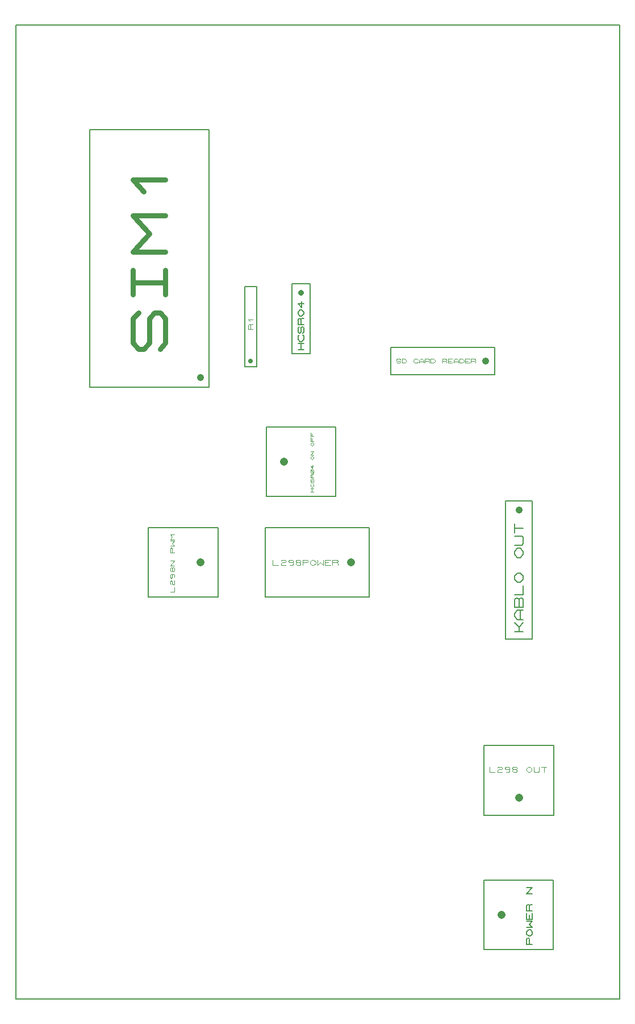
<source format=gbr>
G04 PROTEUS GERBER X2 FILE*
%TF.GenerationSoftware,Labcenter,Proteus,8.10-SP3-Build29560*%
%TF.CreationDate,2022-02-24T20:56:41+00:00*%
%TF.FileFunction,AssemblyDrawing,Top*%
%TF.FilePolarity,Positive*%
%TF.Part,Single*%
%TF.SameCoordinates,{e0c8fd6e-37dc-4a7a-b3f3-70e9e95a6a86}*%
%FSLAX45Y45*%
%MOMM*%
G01*
%TA.AperFunction,Profile*%
%ADD15C,0.203200*%
%TA.AperFunction,Material*%
%ADD18C,0.203200*%
%ADD23C,1.016000*%
%ADD24C,0.801370*%
%ADD25C,0.095430*%
%ADD26C,1.219200*%
%ADD27C,0.122420*%
%ADD28C,0.109190*%
%ADD29C,0.122940*%
%ADD72C,0.139330*%
%ADD73C,0.711200*%
%ADD30C,0.110230*%
%ADD31C,0.812800*%
%ADD32C,0.139700*%
%ADD33C,0.204890*%
%ADD34C,0.076270*%
%TD.AperFunction*%
D15*
X-10500000Y-3000000D02*
X-1500000Y-3000000D01*
X-1500000Y+11500000D01*
X-10500000Y+11500000D01*
X-10500000Y-3000000D01*
D18*
X-9401000Y+6112840D02*
X-7623000Y+6112840D01*
X-7623000Y+9943160D01*
X-9401000Y+9943160D01*
X-9401000Y+6112840D01*
D23*
X-7750000Y+6250000D02*
X-7750000Y+6250000D01*
D24*
X-8351726Y+6679514D02*
X-8271589Y+6769668D01*
X-8271589Y+7130284D01*
X-8351726Y+7220438D01*
X-8431863Y+7220438D01*
X-8512000Y+7130284D01*
X-8512000Y+6769668D01*
X-8592137Y+6679514D01*
X-8672274Y+6679514D01*
X-8752411Y+6769668D01*
X-8752411Y+7130284D01*
X-8672274Y+7220438D01*
X-8752411Y+7490901D02*
X-8752411Y+7851517D01*
X-8752411Y+7671209D02*
X-8271589Y+7671209D01*
X-8271589Y+7490901D02*
X-8271589Y+7851517D01*
X-8271589Y+8121980D02*
X-8752411Y+8121980D01*
X-8512000Y+8392442D01*
X-8752411Y+8662904D01*
X-8271589Y+8662904D01*
X-8592137Y+9023521D02*
X-8752411Y+9203829D01*
X-8271589Y+9203829D01*
D18*
X-4907160Y+6299340D02*
X-3362840Y+6299340D01*
X-3362840Y+6700660D01*
X-4907160Y+6700660D01*
X-4907160Y+6299340D01*
D23*
X-3500000Y+6500000D02*
X-3500000Y+6500000D01*
D25*
X-4830189Y+6480914D02*
X-4819454Y+6471371D01*
X-4776510Y+6471371D01*
X-4765774Y+6480914D01*
X-4765774Y+6490457D01*
X-4776510Y+6500000D01*
X-4819454Y+6500000D01*
X-4830189Y+6509543D01*
X-4830189Y+6519086D01*
X-4819454Y+6528629D01*
X-4776510Y+6528629D01*
X-4765774Y+6519086D01*
X-4744302Y+6471371D02*
X-4744302Y+6528629D01*
X-4701359Y+6528629D01*
X-4679887Y+6509543D01*
X-4679887Y+6490457D01*
X-4701359Y+6471371D01*
X-4744302Y+6471371D01*
X-4508113Y+6480914D02*
X-4518849Y+6471371D01*
X-4551057Y+6471371D01*
X-4572528Y+6490457D01*
X-4572528Y+6509543D01*
X-4551057Y+6528629D01*
X-4518849Y+6528629D01*
X-4508113Y+6519086D01*
X-4486641Y+6471371D02*
X-4486641Y+6509543D01*
X-4465170Y+6528629D01*
X-4443698Y+6528629D01*
X-4422226Y+6509543D01*
X-4422226Y+6471371D01*
X-4486641Y+6490457D02*
X-4422226Y+6490457D01*
X-4400754Y+6471371D02*
X-4400754Y+6528629D01*
X-4347075Y+6528629D01*
X-4336339Y+6519086D01*
X-4336339Y+6509543D01*
X-4347075Y+6500000D01*
X-4400754Y+6500000D01*
X-4347075Y+6500000D02*
X-4336339Y+6490457D01*
X-4336339Y+6471371D01*
X-4314867Y+6471371D02*
X-4314867Y+6528629D01*
X-4271924Y+6528629D01*
X-4250452Y+6509543D01*
X-4250452Y+6490457D01*
X-4271924Y+6471371D01*
X-4314867Y+6471371D01*
X-4143093Y+6471371D02*
X-4143093Y+6528629D01*
X-4089414Y+6528629D01*
X-4078678Y+6519086D01*
X-4078678Y+6509543D01*
X-4089414Y+6500000D01*
X-4143093Y+6500000D01*
X-4089414Y+6500000D02*
X-4078678Y+6490457D01*
X-4078678Y+6471371D01*
X-3992791Y+6471371D02*
X-4057206Y+6471371D01*
X-4057206Y+6528629D01*
X-3992791Y+6528629D01*
X-4057206Y+6500000D02*
X-4014263Y+6500000D01*
X-3971319Y+6471371D02*
X-3971319Y+6509543D01*
X-3949848Y+6528629D01*
X-3928376Y+6528629D01*
X-3906904Y+6509543D01*
X-3906904Y+6471371D01*
X-3971319Y+6490457D02*
X-3906904Y+6490457D01*
X-3885432Y+6471371D02*
X-3885432Y+6528629D01*
X-3842489Y+6528629D01*
X-3821017Y+6509543D01*
X-3821017Y+6490457D01*
X-3842489Y+6471371D01*
X-3885432Y+6471371D01*
X-3735130Y+6471371D02*
X-3799545Y+6471371D01*
X-3799545Y+6528629D01*
X-3735130Y+6528629D01*
X-3799545Y+6500000D02*
X-3756602Y+6500000D01*
X-3713658Y+6471371D02*
X-3713658Y+6528629D01*
X-3659979Y+6528629D01*
X-3649243Y+6519086D01*
X-3649243Y+6509543D01*
X-3659979Y+6500000D01*
X-3713658Y+6500000D01*
X-3659979Y+6500000D02*
X-3649243Y+6490457D01*
X-3649243Y+6471371D01*
D18*
X-3518160Y-264160D02*
X-2481840Y-264160D01*
X-2481840Y+772160D01*
X-3518160Y+772160D01*
X-3518160Y-264160D01*
D26*
X-3000000Y+0D02*
X-3000000Y+0D01*
D27*
X-3440740Y+453288D02*
X-3440740Y+379831D01*
X-3358102Y+379831D01*
X-3316782Y+441045D02*
X-3303009Y+453288D01*
X-3261690Y+453288D01*
X-3247917Y+441045D01*
X-3247917Y+428802D01*
X-3261690Y+416560D01*
X-3303009Y+416560D01*
X-3316782Y+404317D01*
X-3316782Y+379831D01*
X-3247917Y+379831D01*
X-3137732Y+428802D02*
X-3151505Y+416560D01*
X-3192824Y+416560D01*
X-3206597Y+428802D01*
X-3206597Y+441045D01*
X-3192824Y+453288D01*
X-3151505Y+453288D01*
X-3137732Y+441045D01*
X-3137732Y+392074D01*
X-3151505Y+379831D01*
X-3192824Y+379831D01*
X-3082639Y+416560D02*
X-3096412Y+428802D01*
X-3096412Y+441045D01*
X-3082639Y+453288D01*
X-3041320Y+453288D01*
X-3027547Y+441045D01*
X-3027547Y+428802D01*
X-3041320Y+416560D01*
X-3082639Y+416560D01*
X-3096412Y+404317D01*
X-3096412Y+392074D01*
X-3082639Y+379831D01*
X-3041320Y+379831D01*
X-3027547Y+392074D01*
X-3027547Y+404317D01*
X-3041320Y+416560D01*
X-2889815Y+428802D02*
X-2862269Y+453288D01*
X-2834723Y+453288D01*
X-2807177Y+428802D01*
X-2807177Y+404317D01*
X-2834723Y+379831D01*
X-2862269Y+379831D01*
X-2889815Y+404317D01*
X-2889815Y+428802D01*
X-2779630Y+453288D02*
X-2779630Y+392074D01*
X-2765857Y+379831D01*
X-2710765Y+379831D01*
X-2696992Y+392074D01*
X-2696992Y+453288D01*
X-2669445Y+453288D02*
X-2586807Y+453288D01*
X-2628126Y+453288D02*
X-2628126Y+379831D01*
D18*
X-8522160Y+2981840D02*
X-7485840Y+2981840D01*
X-7485840Y+4018160D01*
X-8522160Y+4018160D01*
X-8522160Y+2981840D01*
D26*
X-7750000Y+3500000D02*
X-7750000Y+3500000D01*
D28*
X-8199318Y+3057767D02*
X-8133801Y+3057767D01*
X-8133801Y+3131472D01*
X-8188398Y+3168325D02*
X-8199318Y+3180609D01*
X-8199318Y+3217462D01*
X-8188398Y+3229746D01*
X-8177479Y+3229746D01*
X-8166560Y+3217462D01*
X-8166560Y+3180609D01*
X-8155640Y+3168325D01*
X-8133801Y+3168325D01*
X-8133801Y+3229746D01*
X-8177479Y+3328020D02*
X-8166560Y+3315736D01*
X-8166560Y+3278883D01*
X-8177479Y+3266599D01*
X-8188398Y+3266599D01*
X-8199318Y+3278883D01*
X-8199318Y+3315736D01*
X-8188398Y+3328020D01*
X-8144721Y+3328020D01*
X-8133801Y+3315736D01*
X-8133801Y+3278883D01*
X-8166560Y+3377157D02*
X-8177479Y+3364873D01*
X-8188398Y+3364873D01*
X-8199318Y+3377157D01*
X-8199318Y+3414010D01*
X-8188398Y+3426294D01*
X-8177479Y+3426294D01*
X-8166560Y+3414010D01*
X-8166560Y+3377157D01*
X-8155640Y+3364873D01*
X-8144721Y+3364873D01*
X-8133801Y+3377157D01*
X-8133801Y+3414010D01*
X-8144721Y+3426294D01*
X-8155640Y+3426294D01*
X-8166560Y+3414010D01*
X-8133801Y+3450863D02*
X-8199318Y+3450863D01*
X-8133801Y+3524568D01*
X-8199318Y+3524568D01*
X-8133801Y+3647411D02*
X-8199318Y+3647411D01*
X-8199318Y+3708832D01*
X-8188398Y+3721116D01*
X-8177479Y+3721116D01*
X-8166560Y+3708832D01*
X-8166560Y+3647411D01*
X-8199318Y+3745685D02*
X-8133801Y+3745685D01*
X-8166560Y+3782537D01*
X-8133801Y+3819390D01*
X-8199318Y+3819390D01*
X-8133801Y+3843959D02*
X-8199318Y+3843959D01*
X-8166560Y+3880811D01*
X-8199318Y+3917664D01*
X-8133801Y+3917664D01*
D18*
X-6780160Y+2981840D02*
X-5235840Y+2981840D01*
X-5235840Y+4018160D01*
X-6780160Y+4018160D01*
X-6780160Y+2981840D01*
D26*
X-5500000Y+3500000D02*
X-5500000Y+3500000D01*
D29*
X-6668489Y+3536883D02*
X-6668489Y+3463116D01*
X-6585501Y+3463116D01*
X-6544007Y+3524589D02*
X-6530176Y+3536883D01*
X-6488682Y+3536883D01*
X-6474850Y+3524589D01*
X-6474850Y+3512294D01*
X-6488682Y+3500000D01*
X-6530176Y+3500000D01*
X-6544007Y+3487705D01*
X-6544007Y+3463116D01*
X-6474850Y+3463116D01*
X-6364199Y+3512294D02*
X-6378031Y+3500000D01*
X-6419525Y+3500000D01*
X-6433356Y+3512294D01*
X-6433356Y+3524589D01*
X-6419525Y+3536883D01*
X-6378031Y+3536883D01*
X-6364199Y+3524589D01*
X-6364199Y+3475410D01*
X-6378031Y+3463116D01*
X-6419525Y+3463116D01*
X-6308874Y+3500000D02*
X-6322705Y+3512294D01*
X-6322705Y+3524589D01*
X-6308874Y+3536883D01*
X-6267380Y+3536883D01*
X-6253548Y+3524589D01*
X-6253548Y+3512294D01*
X-6267380Y+3500000D01*
X-6308874Y+3500000D01*
X-6322705Y+3487705D01*
X-6322705Y+3475410D01*
X-6308874Y+3463116D01*
X-6267380Y+3463116D01*
X-6253548Y+3475410D01*
X-6253548Y+3487705D01*
X-6267380Y+3500000D01*
X-6225885Y+3463116D02*
X-6225885Y+3536883D01*
X-6156729Y+3536883D01*
X-6142897Y+3524589D01*
X-6142897Y+3512294D01*
X-6156729Y+3500000D01*
X-6225885Y+3500000D01*
X-6115234Y+3512294D02*
X-6087572Y+3536883D01*
X-6059909Y+3536883D01*
X-6032246Y+3512294D01*
X-6032246Y+3487705D01*
X-6059909Y+3463116D01*
X-6087572Y+3463116D01*
X-6115234Y+3487705D01*
X-6115234Y+3512294D01*
X-6004583Y+3536883D02*
X-6004583Y+3463116D01*
X-5963089Y+3500000D01*
X-5921595Y+3463116D01*
X-5921595Y+3536883D01*
X-5810944Y+3463116D02*
X-5893932Y+3463116D01*
X-5893932Y+3536883D01*
X-5810944Y+3536883D01*
X-5893932Y+3500000D02*
X-5838607Y+3500000D01*
X-5783281Y+3463116D02*
X-5783281Y+3536883D01*
X-5714125Y+3536883D01*
X-5700293Y+3524589D01*
X-5700293Y+3512294D01*
X-5714125Y+3500000D01*
X-5783281Y+3500000D01*
X-5714125Y+3500000D02*
X-5700293Y+3487705D01*
X-5700293Y+3463116D01*
D18*
X-3522160Y-2268160D02*
X-2485840Y-2268160D01*
X-2485840Y-1231840D01*
X-3522160Y-1231840D01*
X-3522160Y-2268160D01*
D26*
X-3258000Y-1750000D02*
X-3258000Y-1750000D01*
D72*
X-2799639Y-2188910D02*
X-2883241Y-2188910D01*
X-2883241Y-2110534D01*
X-2869307Y-2094858D01*
X-2855374Y-2094858D01*
X-2841440Y-2110534D01*
X-2841440Y-2188910D01*
X-2855374Y-2063507D02*
X-2883241Y-2032157D01*
X-2883241Y-2000806D01*
X-2855374Y-1969455D01*
X-2827506Y-1969455D01*
X-2799639Y-2000806D01*
X-2799639Y-2032157D01*
X-2827506Y-2063507D01*
X-2855374Y-2063507D01*
X-2883241Y-1938104D02*
X-2799639Y-1938104D01*
X-2841440Y-1891078D01*
X-2799639Y-1844052D01*
X-2883241Y-1844052D01*
X-2799639Y-1718649D02*
X-2799639Y-1812701D01*
X-2883241Y-1812701D01*
X-2883241Y-1718649D01*
X-2841440Y-1812701D02*
X-2841440Y-1750000D01*
X-2799639Y-1687298D02*
X-2883241Y-1687298D01*
X-2883241Y-1608922D01*
X-2869307Y-1593246D01*
X-2855374Y-1593246D01*
X-2841440Y-1608922D01*
X-2841440Y-1687298D01*
X-2841440Y-1608922D02*
X-2827506Y-1593246D01*
X-2799639Y-1593246D01*
X-2799639Y-1436492D02*
X-2883241Y-1436492D01*
X-2799639Y-1342440D01*
X-2883241Y-1342440D01*
D18*
X-7088900Y+6411100D02*
X-6911100Y+6411100D01*
X-6911100Y+7604900D01*
X-7088900Y+7604900D01*
X-7088900Y+6411100D01*
D73*
X-7000000Y+6500000D02*
X-7000000Y+6500000D01*
D30*
X-6966929Y+6971018D02*
X-7033070Y+6971018D01*
X-7033070Y+7033025D01*
X-7022047Y+7045427D01*
X-7011023Y+7045427D01*
X-7000000Y+7033025D01*
X-7000000Y+6971018D01*
X-7000000Y+7033025D02*
X-6988976Y+7045427D01*
X-6966929Y+7045427D01*
X-7011023Y+7095033D02*
X-7033070Y+7119836D01*
X-6966929Y+7119836D01*
D18*
X-6387160Y+6612840D02*
X-6112840Y+6612840D01*
X-6112840Y+7649160D01*
X-6387160Y+7649160D01*
X-6387160Y+6612840D01*
D31*
X-6250000Y+7512000D02*
X-6250000Y+7512000D01*
D32*
X-6208090Y+6664910D02*
X-6291910Y+6664910D01*
X-6291910Y+6759207D02*
X-6208090Y+6759207D01*
X-6250000Y+6664910D02*
X-6250000Y+6759207D01*
X-6222060Y+6884937D02*
X-6208090Y+6869221D01*
X-6208090Y+6822072D01*
X-6236030Y+6790640D01*
X-6263970Y+6790640D01*
X-6291910Y+6822072D01*
X-6291910Y+6869221D01*
X-6277940Y+6884937D01*
X-6222060Y+6916370D02*
X-6208090Y+6932086D01*
X-6208090Y+6994951D01*
X-6222060Y+7010667D01*
X-6236030Y+7010667D01*
X-6250000Y+6994951D01*
X-6250000Y+6932086D01*
X-6263970Y+6916370D01*
X-6277940Y+6916370D01*
X-6291910Y+6932086D01*
X-6291910Y+6994951D01*
X-6277940Y+7010667D01*
X-6208090Y+7042100D02*
X-6291910Y+7042100D01*
X-6291910Y+7120681D01*
X-6277940Y+7136397D01*
X-6263970Y+7136397D01*
X-6250000Y+7120681D01*
X-6250000Y+7042100D01*
X-6250000Y+7120681D02*
X-6236030Y+7136397D01*
X-6208090Y+7136397D01*
X-6263970Y+7167830D02*
X-6291910Y+7199262D01*
X-6291910Y+7230695D01*
X-6263970Y+7262127D01*
X-6236030Y+7262127D01*
X-6208090Y+7230695D01*
X-6208090Y+7199262D01*
X-6236030Y+7167830D01*
X-6263970Y+7167830D01*
X-6236030Y+7387857D02*
X-6236030Y+7293560D01*
X-6291910Y+7356425D01*
X-6208090Y+7356425D01*
D18*
X-3200660Y+2362840D02*
X-2799340Y+2362840D01*
X-2799340Y+4415160D01*
X-3200660Y+4415160D01*
X-3200660Y+2362840D01*
D23*
X-3000000Y+4278000D02*
X-3000000Y+4278000D01*
D33*
X-3061468Y+2465207D02*
X-2938532Y+2465207D01*
X-3061468Y+2603509D02*
X-3000000Y+2534358D01*
X-2938532Y+2603509D01*
X-3000000Y+2465207D02*
X-3000000Y+2534358D01*
X-2938532Y+2649610D02*
X-3020489Y+2649610D01*
X-3061468Y+2695710D01*
X-3061468Y+2741811D01*
X-3020489Y+2787912D01*
X-2938532Y+2787912D01*
X-2979511Y+2649610D02*
X-2979511Y+2787912D01*
X-2938532Y+2834013D02*
X-3061468Y+2834013D01*
X-3061468Y+2949264D01*
X-3040979Y+2972315D01*
X-3020489Y+2972315D01*
X-3000000Y+2949264D01*
X-2979511Y+2972315D01*
X-2959021Y+2972315D01*
X-2938532Y+2949264D01*
X-2938532Y+2834013D01*
X-3000000Y+2834013D02*
X-3000000Y+2949264D01*
X-3061468Y+3018416D02*
X-2938532Y+3018416D01*
X-2938532Y+3156718D01*
X-3020489Y+3202819D02*
X-3061468Y+3248919D01*
X-3061468Y+3295020D01*
X-3020489Y+3341121D01*
X-2979511Y+3341121D01*
X-2938532Y+3295020D01*
X-2938532Y+3248919D01*
X-2979511Y+3202819D01*
X-3020489Y+3202819D01*
X-3020489Y+3571625D02*
X-3061468Y+3617725D01*
X-3061468Y+3663826D01*
X-3020489Y+3709927D01*
X-2979511Y+3709927D01*
X-2938532Y+3663826D01*
X-2938532Y+3617725D01*
X-2979511Y+3571625D01*
X-3020489Y+3571625D01*
X-3061468Y+3756028D02*
X-2959021Y+3756028D01*
X-2938532Y+3779078D01*
X-2938532Y+3871279D01*
X-2959021Y+3894330D01*
X-3061468Y+3894330D01*
X-3061468Y+3940431D02*
X-3061468Y+4078733D01*
X-3061468Y+4009582D02*
X-2938532Y+4009582D01*
D18*
X-6764160Y+4481840D02*
X-5727840Y+4481840D01*
X-5727840Y+5518160D01*
X-6764160Y+5518160D01*
X-6764160Y+4481840D01*
D26*
X-6500000Y+5000000D02*
X-6500000Y+5000000D01*
D34*
X-6060556Y+4553775D02*
X-6106323Y+4553775D01*
X-6106323Y+4605262D02*
X-6060556Y+4605262D01*
X-6083440Y+4553775D02*
X-6083440Y+4605262D01*
X-6068184Y+4673912D02*
X-6060556Y+4665331D01*
X-6060556Y+4639587D01*
X-6075812Y+4622425D01*
X-6091067Y+4622425D01*
X-6106323Y+4639587D01*
X-6106323Y+4665331D01*
X-6098695Y+4673912D01*
X-6068184Y+4691075D02*
X-6060556Y+4699656D01*
X-6060556Y+4733981D01*
X-6068184Y+4742562D01*
X-6075812Y+4742562D01*
X-6083440Y+4733981D01*
X-6083440Y+4699656D01*
X-6091067Y+4691075D01*
X-6098695Y+4691075D01*
X-6106323Y+4699656D01*
X-6106323Y+4733981D01*
X-6098695Y+4742562D01*
X-6060556Y+4759725D02*
X-6106323Y+4759725D01*
X-6106323Y+4802631D01*
X-6098695Y+4811212D01*
X-6091067Y+4811212D01*
X-6083440Y+4802631D01*
X-6083440Y+4759725D01*
X-6083440Y+4802631D02*
X-6075812Y+4811212D01*
X-6060556Y+4811212D01*
X-6068184Y+4828375D02*
X-6098695Y+4828375D01*
X-6106323Y+4836956D01*
X-6106323Y+4871281D01*
X-6098695Y+4879862D01*
X-6068184Y+4879862D01*
X-6060556Y+4871281D01*
X-6060556Y+4836956D01*
X-6068184Y+4828375D01*
X-6060556Y+4828375D02*
X-6106323Y+4879862D01*
X-6075812Y+4948512D02*
X-6075812Y+4897025D01*
X-6106323Y+4931350D01*
X-6060556Y+4931350D01*
X-6091067Y+5034325D02*
X-6106323Y+5051487D01*
X-6106323Y+5068650D01*
X-6091067Y+5085812D01*
X-6075812Y+5085812D01*
X-6060556Y+5068650D01*
X-6060556Y+5051487D01*
X-6075812Y+5034325D01*
X-6091067Y+5034325D01*
X-6060556Y+5102975D02*
X-6106323Y+5102975D01*
X-6060556Y+5154462D01*
X-6106323Y+5154462D01*
X-6091067Y+5240275D02*
X-6106323Y+5257437D01*
X-6106323Y+5274600D01*
X-6091067Y+5291762D01*
X-6075812Y+5291762D01*
X-6060556Y+5274600D01*
X-6060556Y+5257437D01*
X-6075812Y+5240275D01*
X-6091067Y+5240275D01*
X-6060556Y+5308925D02*
X-6106323Y+5308925D01*
X-6106323Y+5360412D01*
X-6083440Y+5308925D02*
X-6083440Y+5343250D01*
X-6060556Y+5377575D02*
X-6106323Y+5377575D01*
X-6106323Y+5429062D01*
X-6083440Y+5377575D02*
X-6083440Y+5411900D01*
M02*

</source>
